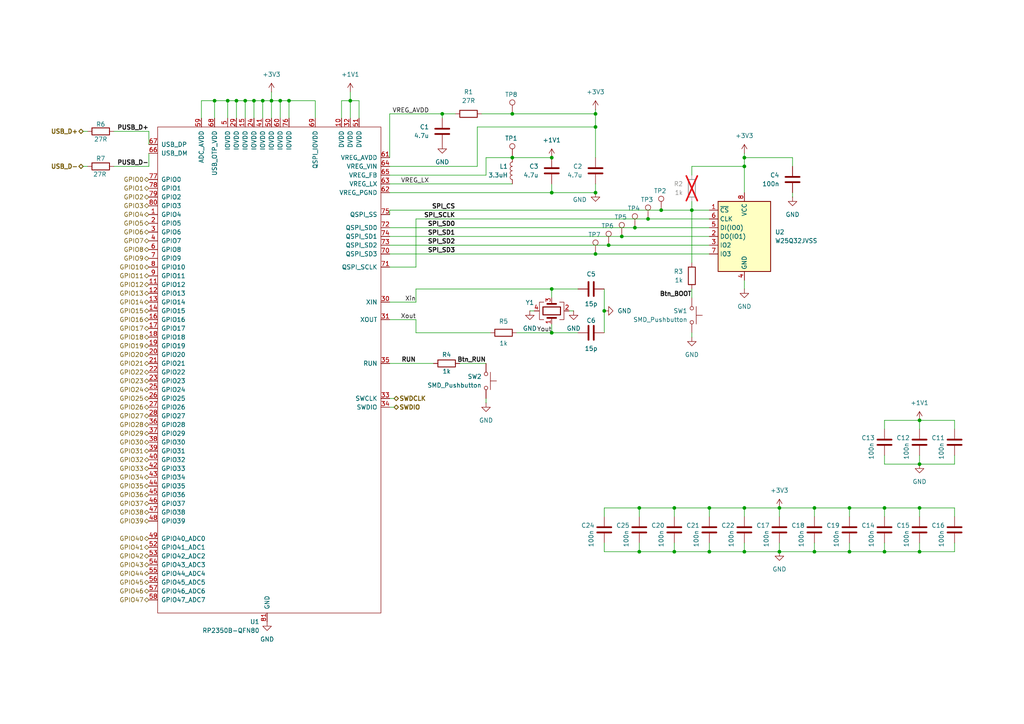
<source format=kicad_sch>
(kicad_sch (version 20231120) (generator "eeschema") (generator_version "8.0")
  (paper "A4")
  (lib_symbols
    (symbol "Connector:TestPoint" (pin_numbers hide) (pin_names (offset 0.762) hide)
      (property "Reference" "TP" (at 0 6.858 0))
      (property "Value" "TestPoint" (at 0 5.08 0))
      (symbol "TestPoint_0_1"
        (circle (center 0 3.302) (radius 0.762))
      )
      (symbol "TestPoint_1_1"
        (pin passive line (at 0 0 90) (length 2.54) (name "1") (number "1"))
      )
    )
    (symbol "Device:C" (pin_numbers hide) (pin_names (offset 0.254))
      (property "Reference" "C" (at 0.635 2.54 0))
      (property "Value" "C" (at 0.635 -2.54 0))
      (symbol "C_0_1"
        (polyline (pts (xy -2.032 -0.762) (xy 2.032 -0.762)) (stroke (width 0.508)))
        (polyline (pts (xy -2.032 0.762) (xy 2.032 0.762)) (stroke (width 0.508)))
      )
      (symbol "C_1_1"
        (pin passive line (at 0 3.81 270) (length 2.794) (name "~") (number "1"))
        (pin passive line (at 0 -3.81 90) (length 2.794) (name "~") (number "2"))
      )
    )
    (symbol "Device:Crystal_GND24" (pin_names (offset 1.016) hide)
      (property "Reference" "Y" (at 3.175 5.08 0))
      (property "Value" "Crystal_GND24" (at 3.175 3.175 0))
      (symbol "Crystal_GND24_0_1"
        (rectangle (start -1.143 2.54) (end 1.143 -2.54) (stroke (width 0.3048)))
        (polyline (pts (xy -2.54 0) (xy -2.032 0)))
        (polyline (pts (xy -2.032 -1.27) (xy -2.032 1.27)) (stroke (width 0.508)))
        (polyline (pts (xy 0 -3.81) (xy 0 -3.556)))
        (polyline (pts (xy 0 3.556) (xy 0 3.81)))
        (polyline (pts (xy 2.032 -1.27) (xy 2.032 1.27)) (stroke (width 0.508)))
        (polyline (pts (xy 2.032 0) (xy 2.54 0)))
        (polyline (pts (xy -2.54 -2.286) (xy -2.54 -3.556) (xy 2.54 -3.556) (xy 2.54 -2.286)))
        (polyline (pts (xy -2.54 2.286) (xy -2.54 3.556) (xy 2.54 3.556) (xy 2.54 2.286)))
      )
      (symbol "Crystal_GND24_1_1"
        (pin passive line (at -3.81 0 0) (length 1.27) (name "1") (number "1"))
        (pin passive line (at 0 5.08 270) (length 1.27) (name "2") (number "2"))
        (pin passive line (at 3.81 0 180) (length 1.27) (name "3") (number "3"))
        (pin passive line (at 0 -5.08 90) (length 1.27) (name "4") (number "4"))
      )
    )
    (symbol "Device:L" (pin_numbers hide) (pin_names (offset 1.016) hide)
      (property "Reference" "L" (at -1.27 0 90))
      (property "Value" "L" (at 1.905 0 90))
      (symbol "L_0_1"
        (arc (start 0 -2.54) (mid 0.6323 -1.905) (end 0 -1.27))
        (arc (start 0 -1.27) (mid 0.6323 -0.635) (end 0 0))
        (arc (start 0 0) (mid 0.6323 0.635) (end 0 1.27))
        (arc (start 0 1.27) (mid 0.6323 1.905) (end 0 2.54))
      )
      (symbol "L_1_1"
        (pin passive line (at 0 3.81 270) (length 1.27) (name "1") (number "1"))
        (pin passive line (at 0 -3.81 90) (length 1.27) (name "2") (number "2"))
      )
    )
    (symbol "Device:R" (pin_numbers hide) (pin_names (offset 0))
      (property "Reference" "R" (at 2.032 0 90))
      (property "Value" "R" (at 0 0 90))
      (symbol "R_0_1"
        (rectangle (start -1.016 -2.54) (end 1.016 2.54) (stroke (width 0.254)))
      )
      (symbol "R_1_1"
        (pin passive line (at 0 3.81 270) (length 1.27) (name "~") (number "1"))
        (pin passive line (at 0 -3.81 90) (length 1.27) (name "~") (number "2"))
      )
    )
    (symbol "Memory_Flash:W25Q32JVSS"
      (property "Reference" "U" (at -6.35 11.43 0))
      (property "Value" "W25Q32JVSS" (at 7.62 11.43 0))
      (symbol "W25Q32JVSS_0_1"
        (rectangle (start -7.62 10.16) (end 7.62 -10.16) (stroke (width 0.254)) (fill (type background)))
      )
      (symbol "W25Q32JVSS_1_1"
        (pin input line (at -10.16 7.62 0) (length 2.54) (name "~{CS}") (number "1"))
        (pin bidirectional line (at -10.16 0 0) (length 2.54) (name "DO(IO1)") (number "2"))
        (pin bidirectional line (at -10.16 -2.54 0) (length 2.54) (name "IO2") (number "3"))
        (pin power_in line (at 0 -12.7 90) (length 2.54) (name "GND") (number "4"))
        (pin bidirectional line (at -10.16 2.54 0) (length 2.54) (name "DI(IO0)") (number "5"))
        (pin input line (at -10.16 5.08 0) (length 2.54) (name "CLK") (number "6"))
        (pin bidirectional line (at -10.16 -5.08 0) (length 2.54) (name "IO3") (number "7"))
        (pin power_in line (at 0 12.7 270) (length 2.54) (name "VCC") (number "8"))
      )
    )
    (symbol "Switch:SW_Push" (pin_numbers hide) (pin_names (offset 1.016) hide)
      (property "Reference" "SW" (at 1.27 2.54 0))
      (property "Value" "SW_Push" (at 0 -1.524 0))
      (symbol "SW_Push_0_1"
        (circle (center -2.032 0) (radius 0.508))
        (polyline (pts (xy 0 1.27) (xy 0 3.048)))
        (polyline (pts (xy 2.54 1.27) (xy -2.54 1.27)))
        (circle (center 2.032 0) (radius 0.508))
        (pin passive line (at -5.08 0 0) (length 2.54) (name "1") (number "1"))
        (pin passive line (at 5.08 0 180) (length 2.54) (name "2") (number "2"))
      )
    )
    (symbol "power:+1V1" (power) (pin_numbers hide) (pin_names (offset 0) hide)
      (property "Value" "+1V1" (at 0 3.556 0))
      (symbol "+1V1_0_1"
        (polyline (pts (xy -0.762 1.27) (xy 0 2.54)))
        (polyline (pts (xy 0 0) (xy 0 2.54)))
        (polyline (pts (xy 0 2.54) (xy 0.762 1.27)))
      )
      (symbol "+1V1_1_1"
        (pin power_in line (at 0 0 90) (length 0) (name "~") (number "1"))
      )
    )
    (symbol "power:+3V3" (power) (pin_numbers hide) (pin_names (offset 0) hide)
      (property "Value" "+3V3" (at 0 3.556 0))
      (symbol "+3V3_0_1"
        (polyline (pts (xy -0.762 1.27) (xy 0 2.54)))
        (polyline (pts (xy 0 0) (xy 0 2.54)))
        (polyline (pts (xy 0 2.54) (xy 0.762 1.27)))
      )
      (symbol "+3V3_1_1"
        (pin power_in line (at 0 0 90) (length 0) (name "~") (number "1"))
      )
    )
    (symbol "power:GND" (power) (pin_numbers hide) (pin_names (offset 0) hide)
      (property "Value" "GND" (at 0 -3.81 0))
      (symbol "GND_0_1"
        (polyline (pts (xy 0 0) (xy 0 -1.27) (xy 1.27 -1.27) (xy 0 -2.54) (xy -1.27 -1.27) (xy 0 -1.27)))
      )
      (symbol "GND_1_1"
        (pin power_in line (at 0 0 270) (length 0) (name "~") (number "1"))
      )
    )
    (symbol "rp2350b-qfn80:RP2350B-QFN80" (pin_names (offset 1.016))
      (property "Reference" "U" (at 0 -1.27 0))
      (property "Value" "RP2350B-QFN80" (at 0 1.27 0))
      (symbol "RP2350B-QFN80_0_1"
        (rectangle (start 31.75 66.04) (end -33.02 -74.93))
      )
      (symbol "RP2350B-QFN80_1_0"
        (pin passive line (at 0 -77.47 90) (length 2.54) (name "GND") (number "81"))
      )
      (symbol "RP2350B-QFN80_1_1"
        (pin bidirectional line (at 34.29 40.64 180) (length 2.54) (name "GPIO4") (number "1"))
        (pin power_in line (at -21.59 68.58 270) (length 2.54) (name "DVDD") (number "10"))
        (pin bidirectional line (at 34.29 20.32 180) (length 2.54) (name "GPIO12") (number "11"))
        (pin bidirectional line (at 34.29 17.78 180) (length 2.54) (name "GPIO13") (number "12"))
        (pin bidirectional line (at 34.29 15.24 180) (length 2.54) (name "GPIO14") (number "13"))
        (pin bidirectional line (at 34.29 12.7 180) (length 2.54) (name "GPIO15") (number "14"))
        (pin power_in line (at 6.35 68.58 270) (length 2.54) (name "IOVDD") (number "15"))
        (pin bidirectional line (at 34.29 10.16 180) (length 2.54) (name "GPIO16") (number "16"))
        (pin bidirectional line (at 34.29 7.62 180) (length 2.54) (name "GPIO17") (number "17"))
        (pin bidirectional line (at 34.29 5.08 180) (length 2.54) (name "GPIO18") (number "18"))
        (pin bidirectional line (at 34.29 2.54 180) (length 2.54) (name "GPIO19") (number "19"))
        (pin bidirectional line (at 34.29 38.1 180) (length 2.54) (name "GPIO5") (number "2"))
        (pin bidirectional line (at 34.29 0 180) (length 2.54) (name "GPIO20") (number "20"))
        (pin bidirectional line (at 34.29 -2.54 180) (length 2.54) (name "GPIO21") (number "21"))
        (pin bidirectional line (at 34.29 -5.08 180) (length 2.54) (name "GPIO22") (number "22"))
        (pin bidirectional line (at 34.29 -7.62 180) (length 2.54) (name "GPIO23") (number "23"))
        (pin power_in line (at 3.81 68.58 270) (length 2.54) (name "IOVDD") (number "24"))
        (pin bidirectional line (at 34.29 -10.16 180) (length 2.54) (name "GPIO24") (number "25"))
        (pin bidirectional line (at 34.29 -12.7 180) (length 2.54) (name "GPIO25") (number "26"))
        (pin bidirectional line (at 34.29 -15.24 180) (length 2.54) (name "GPIO26") (number "27"))
        (pin bidirectional line (at 34.29 -17.78 180) (length 2.54) (name "GPIO27") (number "28"))
        (pin power_in line (at 8.89 68.58 270) (length 2.54) (name "IOVDD") (number "29"))
        (pin bidirectional line (at 34.29 35.56 180) (length 2.54) (name "GPIO6") (number "3"))
        (pin input line (at -35.56 15.24 0) (length 2.54) (name "XIN") (number "30"))
        (pin output line (at -35.56 10.16 0) (length 2.54) (name "XOUT") (number "31"))
        (pin power_in line (at -24.13 68.58 270) (length 2.54) (name "DVDD") (number "32"))
        (pin bidirectional line (at -35.56 -12.7 0) (length 2.54) (name "SWCLK") (number "33"))
        (pin bidirectional line (at -35.56 -15.24 0) (length 2.54) (name "SWDIO") (number "34"))
        (pin input line (at -35.56 -2.54 0) (length 2.54) (name "RUN") (number "35"))
        (pin bidirectional line (at 34.29 -20.32 180) (length 2.54) (name "GPIO28") (number "36"))
        (pin bidirectional line (at 34.29 -22.86 180) (length 2.54) (name "GPIO29") (number "37"))
        (pin bidirectional line (at 34.29 -25.4 180) (length 2.54) (name "GPIO30") (number "38"))
        (pin bidirectional line (at 34.29 -27.94 180) (length 2.54) (name "GPIO31") (number "39"))
        (pin bidirectional line (at 34.29 33.02 180) (length 2.54) (name "GPIO7") (number "4"))
        (pin bidirectional line (at 34.29 -30.48 180) (length 2.54) (name "GPIO32") (number "40"))
        (pin power_in line (at 1.27 68.58 270) (length 2.54) (name "IOVDD") (number "41"))
        (pin bidirectional line (at 34.29 -33.02 180) (length 2.54) (name "GPIO33") (number "42"))
        (pin bidirectional line (at 34.29 -35.56 180) (length 2.54) (name "GPIO34") (number "43"))
        (pin bidirectional line (at 34.29 -38.1 180) (length 2.54) (name "GPIO35") (number "44"))
        (pin bidirectional line (at 34.29 -40.64 180) (length 2.54) (name "GPIO36") (number "45"))
        (pin bidirectional line (at 34.29 -43.18 180) (length 2.54) (name "GPIO37") (number "46"))
        (pin bidirectional line (at 34.29 -45.72 180) (length 2.54) (name "GPIO38") (number "47"))
        (pin bidirectional line (at 34.29 -48.26 180) (length 2.54) (name "GPIO39") (number "48"))
        (pin bidirectional line (at 34.29 -53.34 180) (length 2.54) (name "GPIO40_ADC0") (number "49"))
        (pin power_in line (at 11.43 68.58 270) (length 2.54) (name "IOVDD") (number "5"))
        (pin power_in line (at -1.27 68.58 270) (length 2.54) (name "IOVDD") (number "50"))
        (pin power_in line (at -26.67 68.58 270) (length 2.54) (name "DVDD") (number "51"))
        (pin bidirectional line (at 34.29 -55.88 180) (length 2.54) (name "GPIO41_ADC1") (number "52"))
        (pin bidirectional line (at 34.29 -58.42 180) (length 2.54) (name "GPIO42_ADC2") (number "53"))
        (pin bidirectional line (at 34.29 -60.96 180) (length 2.54) (name "GPIO43_ADC3") (number "54"))
        (pin bidirectional line (at 34.29 -63.5 180) (length 2.54) (name "GPIO44_ADC4") (number "55"))
        (pin bidirectional line (at 34.29 -66.04 180) (length 2.54) (name "GPIO45_ADC5") (number "56"))
        (pin bidirectional line (at 34.29 -68.58 180) (length 2.54) (name "GPIO46_ADC6") (number "57"))
        (pin bidirectional line (at 34.29 -71.12 180) (length 2.54) (name "GPIO47_ADC7") (number "58"))
        (pin power_in line (at 19.05 68.58 270) (length 2.54) (name "ADC_AVDD") (number "59"))
        (pin bidirectional line (at 34.29 30.48 180) (length 2.54) (name "GPIO8") (number "6"))
        (pin power_in line (at -3.81 68.58 270) (length 2.54) (name "IOVDD") (number "60"))
        (pin power_in line (at -35.56 57.15 0) (length 2.54) (name "VREG_AVDD") (number "61"))
        (pin passive line (at -35.56 46.99 0) (length 2.54) (name "VREG_PGND") (number "62"))
        (pin power_out line (at -35.56 49.53 0) (length 2.54) (name "VREG_LX") (number "63"))
        (pin power_in line (at -35.56 54.61 0) (length 2.54) (name "VREG_VIN") (number "64"))
        (pin power_in line (at -35.56 52.07 0) (length 2.54) (name "VREG_FB") (number "65"))
        (pin bidirectional line (at 34.29 58.42 180) (length 2.54) (name "USB_DM") (number "66"))
        (pin bidirectional line (at 34.29 60.96 180) (length 2.54) (name "USB_DP") (number "67"))
        (pin power_in line (at 15.24 68.58 270) (length 2.54) (name "USB_OTP_VDD") (number "68"))
        (pin bidirectional line (at -13.97 68.58 270) (length 2.54) (name "QSPI_IOVDD") (number "69"))
        (pin bidirectional line (at 34.29 27.94 180) (length 2.54) (name "GPIO9") (number "7"))
        (pin bidirectional line (at -35.56 29.21 0) (length 2.54) (name "QSPI_SD3") (number "70"))
        (pin bidirectional line (at -35.56 25.4 0) (length 2.54) (name "QSPI_SCLK") (number "71"))
        (pin bidirectional line (at -35.56 36.83 0) (length 2.54) (name "QSPI_SD0") (number "72"))
        (pin bidirectional line (at -35.56 31.75 0) (length 2.54) (name "QSPI_SD2") (number "73"))
        (pin bidirectional line (at -35.56 34.29 0) (length 2.54) (name "QSPI_SD1") (number "74"))
        (pin bidirectional line (at -35.56 40.64 0) (length 2.54) (name "QSPI_SS") (number "75"))
        (pin power_in line (at -6.35 68.58 270) (length 2.54) (name "IOVDD") (number "76"))
        (pin bidirectional line (at 34.29 50.8 180) (length 2.54) (name "GPIO0") (number "77"))
        (pin bidirectional line (at 34.29 48.26 180) (length 2.54) (name "GPIO1") (number "78"))
        (pin bidirectional line (at 34.29 45.72 180) (length 2.54) (name "GPIO2") (number "79"))
        (pin bidirectional line (at 34.29 25.4 180) (length 2.54) (name "GPIO10") (number "8"))
        (pin bidirectional line (at 34.29 43.18 180) (length 2.54) (name "GPIO3") (number "80"))
        (pin bidirectional line (at 34.29 22.86 180) (length 2.54) (name "GPIO11") (number "9"))
      )
    )
  )
  (junction (at 172.72 73.66))
  (junction (at 172.72 33.02))
  (junction (at 185.42 160.02))
  (junction (at 266.7 147.32))
  (junction (at 148.59 45.72))
  (junction (at 236.22 160.02))
  (junction (at 256.54 147.32))
  (junction (at 101.6 29.21))
  (junction (at 205.74 160.02))
  (junction (at 215.9 160.02))
  (junction (at 62.23 29.21))
  (junction (at 78.74 29.21))
  (junction (at 66.04 29.21))
  (junction (at 160.02 83.82))
  (junction (at 68.58 29.21))
  (junction (at 176.53 71.12))
  (junction (at 160.02 96.52))
  (junction (at 200.66 60.96))
  (junction (at 172.72 36.83))
  (junction (at 226.06 160.02))
  (junction (at 205.74 147.32))
  (junction (at 180.34 68.58))
  (junction (at 215.9 147.32))
  (junction (at 185.42 147.32))
  (junction (at 266.7 160.02))
  (junction (at 160.02 55.88))
  (junction (at 73.66 29.21))
  (junction (at 266.7 134.62))
  (junction (at 215.9 48.26))
  (junction (at 83.82 29.21))
  (junction (at 195.58 147.32))
  (junction (at 215.9 45.72))
  (junction (at 246.38 147.32))
  (junction (at 160.02 45.72))
  (junction (at 76.2 29.21))
  (junction (at 81.28 29.21))
  (junction (at 128.27 33.02))
  (junction (at 148.59 33.02))
  (junction (at 191.77 60.96))
  (junction (at 256.54 160.02))
  (junction (at 266.7 121.92))
  (junction (at 195.58 160.02))
  (junction (at 184.15 66.04))
  (junction (at 172.72 55.88))
  (junction (at 187.96 63.5))
  (junction (at 236.22 147.32))
  (junction (at 226.06 147.32))
  (junction (at 246.38 160.02))
  (junction (at 71.12 29.21))
  (junction (at 175.26 90.17))
  (wire (pts (xy 91.44 29.21) (xy 83.82 29.21)))
  (wire (pts (xy 246.38 160.02) (xy 246.38 157.48)))
  (wire (pts (xy 276.86 160.02) (xy 276.86 157.48)))
  (wire (pts (xy 266.7 147.32) (xy 256.54 147.32)))
  (wire (pts (xy 184.15 66.04) (xy 113.03 66.04)))
  (wire (pts (xy 78.74 29.21) (xy 76.2 29.21)))
  (wire (pts (xy 205.74 147.32) (xy 205.74 149.86)))
  (wire (pts (xy 236.22 147.32) (xy 246.38 147.32)))
  (wire (pts (xy 66.04 29.21) (xy 62.23 29.21)))
  (wire (pts (xy 160.02 86.36) (xy 160.02 83.82)))
  (wire (pts (xy 140.97 50.8) (xy 140.97 45.72)))
  (wire (pts (xy 114.3 115.57) (xy 113.03 115.57)))
  (wire (pts (xy 195.58 147.32) (xy 205.74 147.32)))
  (wire (pts (xy 215.9 81.28) (xy 215.9 83.82)))
  (wire (pts (xy 160.02 93.98) (xy 160.02 96.52)))
  (wire (pts (xy 236.22 160.02) (xy 236.22 157.48)))
  (wire (pts (xy 172.72 36.83) (xy 172.72 45.72)))
  (wire (pts (xy 266.7 160.02) (xy 276.86 160.02)))
  (wire (pts (xy 160.02 55.88) (xy 113.03 55.88)))
  (wire (pts (xy 205.74 66.04) (xy 184.15 66.04)))
  (wire (pts (xy 256.54 134.62) (xy 266.7 134.62)))
  (wire (pts (xy 266.7 160.02) (xy 266.7 157.48)))
  (wire (pts (xy 226.06 147.32) (xy 226.06 149.86)))
  (wire (pts (xy 43.18 48.26) (xy 33.02 48.26)))
  (wire (pts (xy 200.66 58.42) (xy 200.66 60.96)))
  (wire (pts (xy 81.28 29.21) (xy 81.28 34.29)))
  (wire (pts (xy 113.03 48.26) (xy 138.43 48.26)))
  (wire (pts (xy 66.04 29.21) (xy 66.04 34.29)))
  (wire (pts (xy 256.54 121.92) (xy 266.7 121.92)))
  (wire (pts (xy 140.97 105.41) (xy 133.35 105.41)))
  (wire (pts (xy 73.66 29.21) (xy 71.12 29.21)))
  (wire (pts (xy 58.42 29.21) (xy 58.42 34.29)))
  (wire (pts (xy 185.42 160.02) (xy 185.42 157.48)))
  (wire (pts (xy 195.58 147.32) (xy 195.58 149.86)))
  (wire (pts (xy 120.65 96.52) (xy 142.24 96.52)))
  (wire (pts (xy 185.42 160.02) (xy 195.58 160.02)))
  (wire (pts (xy 24.13 48.26) (xy 25.4 48.26)))
  (wire (pts (xy 154.94 90.17) (xy 153.67 90.17)))
  (wire (pts (xy 191.77 60.96) (xy 113.03 60.96)))
  (wire (pts (xy 175.26 83.82) (xy 175.26 90.17)))
  (wire (pts (xy 175.26 147.32) (xy 175.26 149.86)))
  (wire (pts (xy 185.42 147.32) (xy 185.42 149.86)))
  (wire (pts (xy 215.9 45.72) (xy 215.9 48.26)))
  (wire (pts (xy 68.58 29.21) (xy 68.58 34.29)))
  (wire (pts (xy 104.14 34.29) (xy 104.14 29.21)))
  (wire (pts (xy 175.26 90.17) (xy 175.26 96.52)))
  (wire (pts (xy 266.7 121.92) (xy 276.86 121.92)))
  (wire (pts (xy 205.74 63.5) (xy 187.96 63.5)))
  (wire (pts (xy 172.72 55.88) (xy 160.02 55.88)))
  (wire (pts (xy 180.34 68.58) (xy 113.03 68.58)))
  (wire (pts (xy 43.18 41.91) (xy 43.18 38.1)))
  (wire (pts (xy 148.59 45.72) (xy 140.97 45.72)))
  (wire (pts (xy 138.43 48.26) (xy 138.43 36.83)))
  (wire (pts (xy 120.65 92.71) (xy 113.03 92.71)))
  (wire (pts (xy 256.54 160.02) (xy 256.54 157.48)))
  (wire (pts (xy 148.59 53.34) (xy 113.03 53.34)))
  (wire (pts (xy 78.74 29.21) (xy 78.74 34.29)))
  (wire (pts (xy 120.65 83.82) (xy 120.65 87.63)))
  (wire (pts (xy 104.14 29.21) (xy 101.6 29.21)))
  (wire (pts (xy 76.2 29.21) (xy 73.66 29.21)))
  (wire (pts (xy 128.27 33.02) (xy 128.27 34.29)))
  (wire (pts (xy 187.96 63.5) (xy 120.65 63.5)))
  (wire (pts (xy 200.66 60.96) (xy 205.74 60.96)))
  (wire (pts (xy 166.37 90.17) (xy 165.1 90.17)))
  (wire (pts (xy 73.66 29.21) (xy 73.66 34.29)))
  (wire (pts (xy 128.27 33.02) (xy 113.03 33.02)))
  (wire (pts (xy 76.2 29.21) (xy 76.2 34.29)))
  (wire (pts (xy 215.9 147.32) (xy 226.06 147.32)))
  (wire (pts (xy 195.58 160.02) (xy 205.74 160.02)))
  (wire (pts (xy 205.74 71.12) (xy 176.53 71.12)))
  (wire (pts (xy 160.02 53.34) (xy 160.02 55.88)))
  (wire (pts (xy 139.7 33.02) (xy 148.59 33.02)))
  (wire (pts (xy 24.13 38.1) (xy 25.4 38.1)))
  (wire (pts (xy 113.03 50.8) (xy 140.97 50.8)))
  (wire (pts (xy 43.18 44.45) (xy 43.18 48.26)))
  (wire (pts (xy 101.6 26.67) (xy 101.6 29.21)))
  (wire (pts (xy 215.9 160.02) (xy 226.06 160.02)))
  (wire (pts (xy 91.44 29.21) (xy 91.44 34.29)))
  (wire (pts (xy 81.28 29.21) (xy 78.74 29.21)))
  (wire (pts (xy 120.65 83.82) (xy 160.02 83.82)))
  (wire (pts (xy 120.65 77.47) (xy 113.03 77.47)))
  (wire (pts (xy 256.54 160.02) (xy 266.7 160.02)))
  (wire (pts (xy 266.7 132.08) (xy 266.7 134.62)))
  (wire (pts (xy 175.26 160.02) (xy 175.26 157.48)))
  (wire (pts (xy 229.87 48.26) (xy 229.87 45.72)))
  (wire (pts (xy 43.18 38.1) (xy 33.02 38.1)))
  (wire (pts (xy 58.42 29.21) (xy 62.23 29.21)))
  (wire (pts (xy 99.06 29.21) (xy 99.06 34.29)))
  (wire (pts (xy 236.22 160.02) (xy 246.38 160.02)))
  (wire (pts (xy 200.66 50.8) (xy 200.66 48.26)))
  (wire (pts (xy 175.26 160.02) (xy 185.42 160.02)))
  (wire (pts (xy 256.54 132.08) (xy 256.54 134.62)))
  (wire (pts (xy 205.74 147.32) (xy 215.9 147.32)))
  (wire (pts (xy 148.59 33.02) (xy 172.72 33.02)))
  (wire (pts (xy 226.06 160.02) (xy 226.06 157.48)))
  (wire (pts (xy 62.23 29.21) (xy 62.23 34.29)))
  (wire (pts (xy 101.6 29.21) (xy 99.06 29.21)))
  (wire (pts (xy 266.7 147.32) (xy 266.7 149.86)))
  (wire (pts (xy 78.74 26.67) (xy 78.74 29.21)))
  (wire (pts (xy 172.72 31.75) (xy 172.72 33.02)))
  (wire (pts (xy 229.87 45.72) (xy 215.9 45.72)))
  (wire (pts (xy 113.03 60.96) (xy 113.03 62.23)))
  (wire (pts (xy 276.86 147.32) (xy 266.7 147.32)))
  (wire (pts (xy 215.9 147.32) (xy 215.9 149.86)))
  (wire (pts (xy 215.9 48.26) (xy 215.9 55.88)))
  (wire (pts (xy 172.72 53.34) (xy 172.72 55.88)))
  (wire (pts (xy 200.66 48.26) (xy 215.9 48.26)))
  (wire (pts (xy 200.66 60.96) (xy 200.66 76.2)))
  (wire (pts (xy 125.73 105.41) (xy 113.03 105.41)))
  (wire (pts (xy 266.7 134.62) (xy 276.86 134.62)))
  (wire (pts (xy 246.38 147.32) (xy 246.38 149.86)))
  (wire (pts (xy 229.87 57.15) (xy 229.87 55.88)))
  (wire (pts (xy 276.86 121.92) (xy 276.86 124.46)))
  (wire (pts (xy 205.74 73.66) (xy 172.72 73.66)))
  (wire (pts (xy 215.9 160.02) (xy 215.9 157.48)))
  (wire (pts (xy 246.38 160.02) (xy 256.54 160.02)))
  (wire (pts (xy 68.58 29.21) (xy 71.12 29.21)))
  (wire (pts (xy 120.65 63.5) (xy 120.65 77.47)))
  (wire (pts (xy 200.66 60.96) (xy 191.77 60.96)))
  (wire (pts (xy 205.74 68.58) (xy 180.34 68.58)))
  (wire (pts (xy 226.06 160.02) (xy 236.22 160.02)))
  (wire (pts (xy 172.72 33.02) (xy 172.72 36.83)))
  (wire (pts (xy 138.43 36.83) (xy 172.72 36.83)))
  (wire (pts (xy 101.6 29.21) (xy 101.6 34.29)))
  (wire (pts (xy 120.65 92.71) (xy 120.65 96.52)))
  (wire (pts (xy 266.7 121.92) (xy 266.7 124.46)))
  (wire (pts (xy 83.82 29.21) (xy 83.82 34.29)))
  (wire (pts (xy 256.54 147.32) (xy 256.54 149.86)))
  (wire (pts (xy 132.08 33.02) (xy 128.27 33.02)))
  (wire (pts (xy 276.86 134.62) (xy 276.86 132.08)))
  (wire (pts (xy 160.02 96.52) (xy 149.86 96.52)))
  (wire (pts (xy 172.72 73.66) (xy 113.03 73.66)))
  (wire (pts (xy 236.22 147.32) (xy 236.22 149.86)))
  (wire (pts (xy 114.3 118.11) (xy 113.03 118.11)))
  (wire (pts (xy 176.53 71.12) (xy 113.03 71.12)))
  (wire (pts (xy 205.74 160.02) (xy 205.74 157.48)))
  (wire (pts (xy 226.06 147.32) (xy 236.22 147.32)))
  (wire (pts (xy 71.12 29.21) (xy 71.12 34.29)))
  (wire (pts (xy 120.65 87.63) (xy 113.03 87.63)))
  (wire (pts (xy 83.82 29.21) (xy 81.28 29.21)))
  (wire (pts (xy 175.26 147.32) (xy 185.42 147.32)))
  (wire (pts (xy 276.86 149.86) (xy 276.86 147.32)))
  (wire (pts (xy 195.58 160.02) (xy 195.58 157.48)))
  (wire (pts (xy 66.04 29.21) (xy 68.58 29.21)))
  (wire (pts (xy 185.42 147.32) (xy 195.58 147.32)))
  (wire (pts (xy 256.54 147.32) (xy 246.38 147.32)))
  (wire (pts (xy 200.66 97.79) (xy 200.66 96.52)))
  (wire (pts (xy 256.54 124.46) (xy 256.54 121.92)))
  (wire (pts (xy 160.02 45.72) (xy 148.59 45.72)))
  (wire (pts (xy 113.03 33.02) (xy 113.03 45.72)))
  (wire (pts (xy 167.64 96.52) (xy 160.02 96.52)))
  (wire (pts (xy 200.66 86.36) (xy 200.66 83.82)))
  (wire (pts (xy 140.97 115.57) (xy 140.97 116.84)))
  (wire (pts (xy 205.74 160.02) (xy 215.9 160.02)))
  (wire (pts (xy 167.64 83.82) (xy 160.02 83.82)))
  (wire (pts (xy 215.9 44.45) (xy 215.9 45.72)))
  (label "RUN" (at 120.65 105.41 180) (effects (font (thickness 0.254) (bold yes))))
  (label "SPI_SD3" (at 132.08 73.66 180) (effects (font (thickness 0.254) (bold yes))))
  (label "Yout" (at 160.02 96.52 180))
  (label "SPI_SD2" (at 132.08 71.12 180) (effects (font (thickness 0.254) (bold yes))))
  (label "Btn_BOOT" (at 200.66 86.36 180) (effects (font (thickness 0.254) (bold yes))))
  (label "VREG_LX" (at 124.46 53.34 180))
  (label "SPI_SD1" (at 132.08 68.58 180) (effects (font (thickness 0.254) (bold yes))))
  (label "VREG_AVDD" (at 124.46 33.02 180))
  (label "SPI_SCLK" (at 132.08 63.5 180) (effects (font (thickness 0.254) (bold yes))))
  (label "SPI_CS" (at 132.08 60.96 180) (effects (font (thickness 0.254) (bold yes))))
  (label "SPI_SD0" (at 132.08 66.04 180) (effects (font (thickness 0.254) (bold yes))))
  (label "Btn_RUN" (at 140.97 105.41 180) (effects (font (thickness 0.254) (bold yes))))
  (label "PUSB_D-" (at 43.18 48.26 180) (effects (font (thickness 0.254) (bold yes))))
  (label "Xin" (at 120.65 87.63 180))
  (label "PUSB_D+" (at 43.18 38.1 180) (effects (font (thickness 0.254) (bold yes))))
  (label "Xout" (at 120.65 92.71 180))
  (hierarchical_label "GPIO8" (shape bidirectional) (at 43.18 72.39 180))
  (hierarchical_label "GPIO46" (shape bidirectional) (at 43.18 171.45 180))
  (hierarchical_label "GPIO41" (shape bidirectional) (at 43.18 158.75 180))
  (hierarchical_label "GPIO9" (shape bidirectional) (at 43.18 74.93 180))
  (hierarchical_label "GPIO20" (shape bidirectional) (at 43.18 102.87 180))
  (hierarchical_label "GPIO24" (shape bidirectional) (at 43.18 113.03 180))
  (hierarchical_label "GPIO22" (shape bidirectional) (at 43.18 107.95 180))
  (hierarchical_label "GPIO1" (shape bidirectional) (at 43.18 54.61 180))
  (hierarchical_label "GPIO33" (shape bidirectional) (at 43.18 135.89 180))
  (hierarchical_label "GPIO43" (shape bidirectional) (at 43.18 163.83 180))
  (hierarchical_label "GPIO26" (shape bidirectional) (at 43.18 118.11 180))
  (hierarchical_label "SWDCLK" (shape bidirectional) (at 114.3 115.57 0) (effects (font (thickness 0.254) (bold yes))))
  (hierarchical_label "GPIO4" (shape bidirectional) (at 43.18 62.23 180))
  (hierarchical_label "GPIO36" (shape bidirectional) (at 43.18 143.51 180))
  (hierarchical_label "GPIO25" (shape bidirectional) (at 43.18 115.57 180))
  (hierarchical_label "GPIO23" (shape bidirectional) (at 43.18 110.49 180))
  (hierarchical_label "GPIO18" (shape bidirectional) (at 43.18 97.79 180))
  (hierarchical_label "GPIO38" (shape bidirectional) (at 43.18 148.59 180))
  (hierarchical_label "GPIO28" (shape bidirectional) (at 43.18 123.19 180))
  (hierarchical_label "GPIO13" (shape bidirectional) (at 43.18 85.09 180))
  (hierarchical_label "GPIO6" (shape bidirectional) (at 43.18 67.31 180))
  (hierarchical_label "GPIO42" (shape bidirectional) (at 43.18 161.29 180))
  (hierarchical_label "GPIO45" (shape bidirectional) (at 43.18 168.91 180))
  (hierarchical_label "GPIO12" (shape bidirectional) (at 43.18 82.55 180))
  (hierarchical_label "GPIO0" (shape bidirectional) (at 43.18 52.07 180))
  (hierarchical_label "GPIO47" (shape bidirectional) (at 43.18 173.99 180))
  (hierarchical_label "GPIO32" (shape bidirectional) (at 43.18 133.35 180))
  (hierarchical_label "GPIO2" (shape bidirectional) (at 43.18 57.15 180))
  (hierarchical_label "GPIO10" (shape bidirectional) (at 43.18 77.47 180))
  (hierarchical_label "GPIO35" (shape bidirectional) (at 43.18 140.97 180))
  (hierarchical_label "GPIO39" (shape bidirectional) (at 43.18 151.13 180))
  (hierarchical_label "GPIO17" (shape bidirectional) (at 43.18 95.25 180))
  (hierarchical_label "GPIO31" (shape bidirectional) (at 43.18 130.81 180))
  (hierarchical_label "GPIO44" (shape bidirectional) (at 43.18 166.37 180))
  (hierarchical_label "USB_D+" (shape bidirectional) (at 24.13 38.1 180) (effects (font (thickness 0.254) (bold yes))))
  (hierarchical_label "GPIO29" (shape bidirectional) (at 43.18 125.73 180))
  (hierarchical_label "GPIO21" (shape bidirectional) (at 43.18 105.41 180))
  (hierarchical_label "GPIO40" (shape bidirectional) (at 43.18 156.21 180))
  (hierarchical_label "GPIO7" (shape bidirectional) (at 43.18 69.85 180))
  (hierarchical_label "GPIO37" (shape bidirectional) (at 43.18 146.05 180))
  (hierarchical_label "GPIO16" (shape bidirectional) (at 43.18 92.71 180))
  (hierarchical_label "GPIO34" (shape bidirectional) (at 43.18 138.43 180))
  (hierarchical_label "GPIO5" (shape bidirectional) (at 43.18 64.77 180))
  (hierarchical_label "GPIO14" (shape bidirectional) (at 43.18 87.63 180))
  (hierarchical_label "GPIO15" (shape bidirectional) (at 43.18 90.17 180))
  (hierarchical_label "USB_D-" (shape bidirectional) (at 24.13 48.26 180) (effects (font (thickness 0.254) (bold yes))))
  (hierarchical_label "GPIO3" (shape bidirectional) (at 43.18 59.69 180))
  (hierarchical_label "GPIO19" (shape bidirectional) (at 43.18 100.33 180))
  (hierarchical_label "GPIO11" (shape bidirectional) (at 43.18 80.01 180))
  (hierarchical_label "SWDIO" (shape bidirectional) (at 114.3 118.11 0) (effects (font (thickness 0.254) (bold yes))))
  (hierarchical_label "GPIO27" (shape bidirectional) (at 43.18 120.65 180))
  (hierarchical_label "GPIO30" (shape bidirectional) (at 43.18 128.27 180))
  (symbol (lib_id "Memory_Flash:W25Q32JVSS") (at 215.9 68.58 0) (unit 1)
    (property "Reference" "U2" (at 224.79 67.3099 0) (effects (justify left)))
    (property "Value" "W25Q32JVSS" (at 224.79 69.8499 0) (effects (justify left)))
    (property "Footprint" "Package_SO:SOIC-8_5.23x5.23mm_P1.27mm" (effects (hide yes)))
    (property "Datasheet" "http://www.winbond.com/resource-files/w25q32jv%20revg%2003272018%20plus.pdf" (effects (hide yes)))
    (property "Description" "32Mb Serial Flash Memory, Standard/Dual/Quad SPI, SOIC-8" (effects (hide yes)))
  )
  (symbol (lib_id "Device:C") (at 256.54 153.67 0) (mirror y) (unit 1)
    (property "Reference" "C14" (at 253.746 152.4 0) (effects (justify left)))
    (property "Value" "100n" (at 252.73 158.75 90) (effects (justify left)))
    (property "Footprint" "Capacitor_SMD:C_0402_1005Metric" (effects (hide yes)))
    (property "Description" "Unpolarized capacitor" (effects (hide yes)))
  )
  (symbol (lib_id "Connector:TestPoint") (at 191.77 60.96 0) (mirror y) (unit 1)
    (property "Reference" "TP2" (at 193.294 55.372 0) (effects (justify left)))
    (property "Value" "TestPoint" (effects (hide yes)))
    (property "Footprint" "TestPoint:TestPoint_Pad_D1.0mm" (effects (hide yes)))
    (property "Description" "test point" (effects (hide yes)))
  )
  (symbol (lib_id "Device:C") (at 215.9 153.67 0) (mirror y) (unit 1)
    (property "Reference" "C22" (at 213.106 152.4 0) (effects (justify left)))
    (property "Value" "100n" (at 212.09 158.75 90) (effects (justify left)))
    (property "Footprint" "Capacitor_SMD:C_0402_1005Metric" (effects (hide yes)))
    (property "Description" "Unpolarized capacitor" (effects (hide yes)))
  )
  (symbol (lib_id "Device:C") (at 266.7 153.67 0) (mirror y) (unit 1)
    (property "Reference" "C15" (at 263.906 152.4 0) (effects (justify left)))
    (property "Value" "100n" (at 262.89 158.75 90) (effects (justify left)))
    (property "Footprint" "Capacitor_SMD:C_0402_1005Metric" (effects (hide yes)))
    (property "Description" "Unpolarized capacitor" (effects (hide yes)))
  )
  (symbol (lib_id "Device:C") (at 236.22 153.67 0) (mirror y) (unit 1)
    (property "Reference" "C18" (at 233.426 152.4 0) (effects (justify left)))
    (property "Value" "100n" (at 232.41 158.75 90) (effects (justify left)))
    (property "Footprint" "Capacitor_SMD:C_0402_1005Metric" (effects (hide yes)))
    (property "Description" "Unpolarized capacitor" (effects (hide yes)))
  )
  (symbol (lib_id "Connector:TestPoint") (at 184.15 66.04 0) (mirror y) (unit 1)
    (property "Reference" "TP4" (at 185.674 60.452 0) (effects (justify left)))
    (property "Value" "TestPoint" (effects (hide yes)))
    (property "Footprint" "TestPoint:TestPoint_Pad_D1.0mm" (effects (hide yes)))
    (property "Description" "test point" (effects (hide yes)))
  )
  (symbol (lib_id "power:+1V1") (at 266.7 121.92 0) (unit 1)
    (property "Reference" "#PWR026" (effects (hide yes)))
    (property "Value" "+1V1" (at 266.7 116.84 0))
    (property "Description" "Power symbol creates a global label with name \"+1V1\"" (effects (hide yes)))
  )
  (symbol (lib_id "Device:C") (at 171.45 83.82 270) (mirror x) (unit 1)
    (property "Reference" "C5" (at 171.45 79.502 90))
    (property "Value" "15p" (at 171.45 88.138 90))
    (property "Footprint" "Capacitor_SMD:C_0402_1005Metric" (effects (hide yes)))
    (property "Description" "Unpolarized capacitor" (effects (hide yes)))
  )
  (symbol (lib_id "Connector:TestPoint") (at 180.34 68.58 0) (mirror y) (unit 1)
    (property "Reference" "TP5" (at 181.864 62.992 0) (effects (justify left)))
    (property "Value" "TestPoint" (effects (hide yes)))
    (property "Footprint" "TestPoint:TestPoint_Pad_D1.0mm" (effects (hide yes)))
    (property "Description" "test point" (effects (hide yes)))
  )
  (symbol (lib_id "Device:R") (at 200.66 54.61 0) (mirror y) (unit 1) (in_bom no) (dnp yes)
    (property "Reference" "R2" (at 198.12 53.3399 0) (effects (justify left)))
    (property "Value" "1k" (at 198.12 55.8799 0) (effects (justify left)))
    (property "Footprint" "Resistor_SMD:R_0805_2012Metric" (effects (hide yes)))
    (property "Description" "Resistor" (effects (hide yes)))
  )
  (symbol (lib_id "power:GND") (at 175.26 90.17 90) (mirror x) (unit 1)
    (property "Reference" "#PWR010" (effects (hide yes)))
    (property "Value" "GND" (at 179.07 90.1699 90) (effects (justify right)))
    (property "Description" "Power symbol creates a global label with name \"GND\" , ground" (effects (hide yes)))
  )
  (symbol (lib_id "Device:R") (at 135.89 33.02 270) (mirror x) (unit 1)
    (property "Reference" "R1" (at 135.89 26.67 90))
    (property "Value" "27R" (at 135.89 29.21 90))
    (property "Footprint" "Resistor_SMD:R_0402_1005Metric" (effects (hide yes)))
    (property "Description" "Resistor" (effects (hide yes)))
  )
  (symbol (lib_id "power:GND") (at 153.67 90.17 0) (mirror y) (unit 1)
    (property "Reference" "#PWR012" (effects (hide yes)))
    (property "Value" "GND" (at 153.67 95.25 0))
    (property "Description" "Power symbol creates a global label with name \"GND\" , ground" (effects (hide yes)))
  )
  (symbol (lib_id "power:+3V3") (at 215.9 44.45 0) (mirror y) (unit 1)
    (property "Reference" "#PWR03" (effects (hide yes)))
    (property "Value" "+3V3" (at 215.9 39.37 0))
    (property "Description" "Power symbol creates a global label with name \"+3V3\"" (effects (hide yes)))
  )
  (symbol (lib_id "power:GND") (at 266.7 134.62 0) (unit 1)
    (property "Reference" "#PWR025" (effects (hide yes)))
    (property "Value" "GND" (at 266.7 139.7 0))
    (property "Description" "Power symbol creates a global label with name \"GND\" , ground" (effects (hide yes)))
  )
  (symbol (lib_id "Device:C") (at 205.74 153.67 0) (mirror y) (unit 1)
    (property "Reference" "C21" (at 202.946 152.4 0) (effects (justify left)))
    (property "Value" "100n" (at 201.93 158.75 90) (effects (justify left)))
    (property "Footprint" "Capacitor_SMD:C_0402_1005Metric" (effects (hide yes)))
    (property "Description" "Unpolarized capacitor" (effects (hide yes)))
  )
  (symbol (lib_id "power:+1V1") (at 101.6 26.67 0) (mirror y) (unit 1)
    (property "Reference" "#PWR014" (effects (hide yes)))
    (property "Value" "+1V1" (at 101.6 21.59 0))
    (property "Description" "Power symbol creates a global label with name \"+1V1\"" (effects (hide yes)))
  )
  (symbol (lib_id "Device:C") (at 175.26 153.67 0) (mirror y) (unit 1)
    (property "Reference" "C24" (at 172.466 152.4 0) (effects (justify left)))
    (property "Value" "100n" (at 171.45 158.75 90) (effects (justify left)))
    (property "Footprint" "Capacitor_SMD:C_0402_1005Metric" (effects (hide yes)))
    (property "Description" "Unpolarized capacitor" (effects (hide yes)))
  )
  (symbol (lib_id "Device:R") (at 200.66 80.01 0) (mirror y) (unit 1)
    (property "Reference" "R3" (at 198.12 78.7399 0) (effects (justify left)))
    (property "Value" "1k" (at 198.12 81.2799 0) (effects (justify left)))
    (property "Footprint" "Resistor_SMD:R_0402_1005Metric" (effects (hide yes)))
    (property "Description" "Resistor" (effects (hide yes)))
  )
  (symbol (lib_id "power:GND") (at 77.47 180.34 0) (unit 1)
    (property "Reference" "#PWR013" (effects (hide yes)))
    (property "Value" "GND" (at 77.47 185.42 0))
    (property "Description" "Power symbol creates a global label with name \"GND\" , ground" (effects (hide yes)))
  )
  (symbol (lib_id "Connector:TestPoint") (at 187.96 63.5 0) (mirror y) (unit 1)
    (property "Reference" "TP3" (at 189.484 57.912 0) (effects (justify left)))
    (property "Value" "TestPoint" (effects (hide yes)))
    (property "Footprint" "TestPoint:TestPoint_Pad_D1.0mm" (effects (hide yes)))
    (property "Description" "test point" (effects (hide yes)))
  )
  (symbol (lib_id "Connector:TestPoint") (at 172.72 73.66 0) (mirror y) (unit 1)
    (property "Reference" "TP7" (at 174.244 68.072 0) (effects (justify left)))
    (property "Value" "TestPoint" (effects (hide yes)))
    (property "Footprint" "TestPoint:TestPoint_Pad_D1.0mm" (effects (hide yes)))
    (property "Description" "test point" (effects (hide yes)))
  )
  (symbol (lib_id "power:GND") (at 200.66 97.79 0) (mirror y) (unit 1)
    (property "Reference" "#PWR08" (effects (hide yes)))
    (property "Value" "GND" (at 200.66 102.87 0))
    (property "Description" "Power symbol creates a global label with name \"GND\" , ground" (effects (hide yes)))
  )
  (symbol (lib_id "Device:C") (at 256.54 128.27 0) (mirror y) (unit 1)
    (property "Reference" "C13" (at 253.746 127 0) (effects (justify left)))
    (property "Value" "100n" (at 252.73 133.35 90) (effects (justify left)))
    (property "Footprint" "Capacitor_SMD:C_0402_1005Metric" (effects (hide yes)))
    (property "Description" "Unpolarized capacitor" (effects (hide yes)))
  )
  (symbol (lib_id "Switch:SW_Push") (at 140.97 110.49 270) (mirror x) (unit 1)
    (property "Reference" "SW2" (at 139.7 109.2199 90) (effects (justify right)))
    (property "Value" "SMD_Pushbutton" (at 139.7 111.7599 90) (effects (justify right)))
    (property "Footprint" "Button_Switch_SMD:Panasonic_EVQPUJ_EVQPUA" (effects (hide yes)))
    (property "Description" "Push button switch, generic, two pins" (effects (hide yes)))
  )
  (symbol (lib_id "power:GND") (at 140.97 116.84 0) (mirror y) (unit 1)
    (property "Reference" "#PWR09" (effects (hide yes)))
    (property "Value" "GND" (at 140.97 121.92 0))
    (property "Description" "Power symbol creates a global label with name \"GND\" , ground" (effects (hide yes)))
  )
  (symbol (lib_id "power:+3V3") (at 78.74 26.67 0) (mirror y) (unit 1)
    (property "Reference" "#PWR015" (effects (hide yes)))
    (property "Value" "+3V3" (at 78.74 21.59 0))
    (property "Description" "Power symbol creates a global label with name \"+3V3\"" (effects (hide yes)))
  )
  (symbol (lib_id "Device:C") (at 185.42 153.67 0) (mirror y) (unit 1)
    (property "Reference" "C25" (at 182.626 152.4 0) (effects (justify left)))
    (property "Value" "100n" (at 181.61 158.75 90) (effects (justify left)))
    (property "Footprint" "Capacitor_SMD:C_0402_1005Metric" (effects (hide yes)))
    (property "Description" "Unpolarized capacitor" (effects (hide yes)))
  )
  (symbol (lib_id "Device:R") (at 129.54 105.41 270) (mirror x) (unit 1)
    (property "Reference" "R4" (at 129.54 102.87 90))
    (property "Value" "1k" (at 129.54 107.696 90))
    (property "Footprint" "Resistor_SMD:R_0402_1005Metric" (effects (hide yes)))
    (property "Description" "Resistor" (effects (hide yes)))
  )
  (symbol (lib_id "power:+3V3") (at 226.06 147.32 0) (unit 1)
    (property "Reference" "#PWR024" (effects (hide yes)))
    (property "Value" "+3V3" (at 226.06 142.24 0))
    (property "Description" "Power symbol creates a global label with name \"+3V3\"" (effects (hide yes)))
  )
  (symbol (lib_id "Device:C") (at 171.45 96.52 270) (mirror x) (unit 1)
    (property "Reference" "C6" (at 171.45 92.964 90))
    (property "Value" "15p" (at 171.45 101.092 90))
    (property "Footprint" "Capacitor_SMD:C_0402_1005Metric" (effects (hide yes)))
    (property "Description" "Unpolarized capacitor" (effects (hide yes)))
  )
  (symbol (lib_id "Device:C") (at 266.7 128.27 0) (mirror y) (unit 1)
    (property "Reference" "C12" (at 263.906 127 0) (effects (justify left)))
    (property "Value" "100n" (at 262.89 133.35 90) (effects (justify left)))
    (property "Footprint" "Capacitor_SMD:C_0402_1005Metric" (effects (hide yes)))
    (property "Description" "Unpolarized capacitor" (effects (hide yes)))
  )
  (symbol (lib_id "Device:R") (at 29.21 38.1 270) (mirror x) (unit 1)
    (property "Reference" "R6" (at 29.21 36.068 90))
    (property "Value" "27R" (at 29.21 40.386 90))
    (property "Footprint" "Resistor_SMD:R_0402_1005Metric" (effects (hide yes)))
    (property "Description" "Resistor" (effects (hide yes)))
  )
  (symbol (lib_id "Device:C") (at 276.86 128.27 0) (mirror y) (unit 1)
    (property "Reference" "C11" (at 274.066 127 0) (effects (justify left)))
    (property "Value" "100n" (at 273.05 133.35 90) (effects (justify left)))
    (property "Footprint" "Capacitor_SMD:C_0402_1005Metric" (effects (hide yes)))
    (property "Description" "Unpolarized capacitor" (effects (hide yes)))
  )
  (symbol (lib_id "Device:R") (at 146.05 96.52 90) (mirror x) (unit 1)
    (property "Reference" "R5" (at 146.05 93.218 90))
    (property "Value" "1k" (at 146.05 99.568 90))
    (property "Footprint" "Resistor_SMD:R_0402_1005Metric" (effects (hide yes)))
    (property "Description" "Resistor" (effects (hide yes)))
  )
  (symbol (lib_id "Connector:TestPoint") (at 176.53 71.12 0) (mirror y) (unit 1)
    (property "Reference" "TP6" (at 178.054 65.532 0) (effects (justify left)))
    (property "Value" "TestPoint" (effects (hide yes)))
    (property "Footprint" "TestPoint:TestPoint_Pad_D1.0mm" (effects (hide yes)))
    (property "Description" "test point" (effects (hide yes)))
  )
  (symbol (lib_id "Device:C") (at 128.27 38.1 0) (mirror y) (unit 1)
    (property "Reference" "C1" (at 124.46 36.8299 0) (effects (justify left)))
    (property "Value" "4.7u" (at 124.46 39.3699 0) (effects (justify left)))
    (property "Footprint" "Capacitor_SMD:C_0402_1005Metric" (effects (hide yes)))
    (property "Description" "Unpolarized capacitor" (effects (hide yes)))
  )
  (symbol (lib_id "Device:C") (at 246.38 153.67 0) (mirror y) (unit 1)
    (property "Reference" "C19" (at 243.586 152.4 0) (effects (justify left)))
    (property "Value" "100n" (at 242.57 158.75 90) (effects (justify left)))
    (property "Footprint" "Capacitor_SMD:C_0402_1005Metric" (effects (hide yes)))
    (property "Description" "Unpolarized capacitor" (effects (hide yes)))
  )
  (symbol (lib_id "rp2350b-qfn80:RP2350B-QFN80") (at 77.47 102.87 0) (mirror y) (unit 1)
    (property "Reference" "U1" (at 75.2759 180.34 0) (effects (justify left)))
    (property "Value" "RP2350B-QFN80" (at 75.2759 182.88 0) (effects (justify left)))
    (property "Footprint" "Package_DFN_QFN:QFN-80-1EP_10x10mm_P0.4mm_EP3.4x3.4mm_ThermalVias" (effects (hide yes)))
  )
  (symbol (lib_id "Device:Crystal_GND24") (at 160.02 90.17 270) (mirror x) (unit 1)
    (property "Reference" "Y1" (at 153.67 87.7568 90))
    (property "Value" "ABM8-272-T3" (effects (hide yes)))
    (property "Footprint" "Crystal:Crystal_SMD_3225-4Pin_3.2x2.5mm" (effects (hide yes)))
    (property "Description" "Four pin crystal, GND on pins 2 and 4" (effects (hide yes)))
  )
  (symbol (lib_id "power:+1V1") (at 160.02 45.72 0) (mirror y) (unit 1)
    (property "Reference" "#PWR04" (effects (hide yes)))
    (property "Value" "+1V1" (at 160.02 40.64 0))
    (property "Description" "Power symbol creates a global label with name \"+1V1\"" (effects (hide yes)))
  )
  (symbol (lib_id "Device:C") (at 160.02 49.53 0) (mirror y) (unit 1)
    (property "Reference" "C3" (at 156.21 48.2599 0) (effects (justify left)))
    (property "Value" "4.7u" (at 156.21 50.7999 0) (effects (justify left)))
    (property "Footprint" "Capacitor_SMD:C_0402_1005Metric" (effects (hide yes)))
    (property "Description" "Unpolarized capacitor" (effects (hide yes)))
  )
  (symbol (lib_id "power:GND") (at 172.72 55.88 0) (mirror y) (unit 1)
    (property "Reference" "#PWR05" (effects (hide yes)))
    (property "Value" "GND" (at 168.148 57.912 0))
    (property "Description" "Power symbol creates a global label with name \"GND\" , ground" (effects (hide yes)))
  )
  (symbol (lib_id "power:GND") (at 166.37 90.17 0) (mirror y) (unit 1)
    (property "Reference" "#PWR011" (effects (hide yes)))
    (property "Value" "GND" (at 166.37 95.25 0))
    (property "Description" "Power symbol creates a global label with name \"GND\" , ground" (effects (hide yes)))
  )
  (symbol (lib_id "power:GND") (at 128.27 41.91 0) (mirror y) (unit 1)
    (property "Reference" "#PWR02" (effects (hide yes)))
    (property "Value" "GND" (at 128.27 46.99 0))
    (property "Description" "Power symbol creates a global label with name \"GND\" , ground" (effects (hide yes)))
  )
  (symbol (lib_id "Device:C") (at 172.72 49.53 0) (mirror y) (unit 1)
    (property "Reference" "C2" (at 168.91 48.2599 0) (effects (justify left)))
    (property "Value" "4.7u" (at 168.91 50.7999 0) (effects (justify left)))
    (property "Footprint" "Capacitor_SMD:C_0402_1005Metric" (effects (hide yes)))
    (property "Description" "Unpolarized capacitor" (effects (hide yes)))
  )
  (symbol (lib_id "Device:C") (at 195.58 153.67 0) (mirror y) (unit 1)
    (property "Reference" "C20" (at 192.786 152.4 0) (effects (justify left)))
    (property "Value" "100n" (at 191.77 158.75 90) (effects (justify left)))
    (property "Footprint" "Capacitor_SMD:C_0402_1005Metric" (effects (hide yes)))
    (property "Description" "Unpolarized capacitor" (effects (hide yes)))
  )
  (symbol (lib_id "Device:L") (at 148.59 49.53 0) (mirror y) (unit 1)
    (property "Reference" "L1" (at 147.32 48.2599 0) (effects (justify left)))
    (property "Value" "3.3uH" (at 147.32 50.7999 0) (effects (justify left)))
    (property "Footprint" "RP235x_Inductor:RP235x_Inductor" (effects (hide yes)))
    (property "Description" "Inductor" (effects (hide yes)))
  )
  (symbol (lib_id "Switch:SW_Push") (at 200.66 91.44 270) (mirror x) (unit 1)
    (property "Reference" "SW1" (at 199.39 90.1699 90) (effects (justify right)))
    (property "Value" "SMD_Pushbutton" (at 199.39 92.7099 90) (effects (justify right)))
    (property "Footprint" "Button_Switch_SMD:Panasonic_EVQPUJ_EVQPUA" (effects (hide yes)))
    (property "Description" "Push button switch, generic, two pins" (effects (hide yes)))
  )
  (symbol (lib_id "power:GND") (at 229.87 57.15 0) (mirror y) (unit 1)
    (property "Reference" "#PWR06" (effects (hide yes)))
    (property "Value" "GND" (at 229.87 62.23 0))
    (property "Description" "Power symbol creates a global label with name \"GND\" , ground" (effects (hide yes)))
  )
  (symbol (lib_id "Device:C") (at 276.86 153.67 0) (mirror y) (unit 1)
    (property "Reference" "C16" (at 274.066 152.4 0) (effects (justify left)))
    (property "Value" "100n" (at 273.05 158.75 90) (effects (justify left)))
    (property "Footprint" "Capacitor_SMD:C_0402_1005Metric" (effects (hide yes)))
    (property "Description" "Unpolarized capacitor" (effects (hide yes)))
  )
  (symbol (lib_id "Device:C") (at 229.87 52.07 0) (mirror y) (unit 1)
    (property "Reference" "C4" (at 226.06 50.7999 0) (effects (justify left)))
    (property "Value" "100n" (at 226.06 53.3399 0) (effects (justify left)))
    (property "Footprint" "Capacitor_SMD:C_0402_1005Metric" (effects (hide yes)))
    (property "Description" "Unpolarized capacitor" (effects (hide yes)))
  )
  (symbol (lib_id "power:GND") (at 215.9 83.82 0) (mirror y) (unit 1)
    (property "Reference" "#PWR07" (effects (hide yes)))
    (property "Value" "GND" (at 215.9 88.9 0))
    (property "Description" "Power symbol creates a global label with name \"GND\" , ground" (effects (hide yes)))
  )
  (symbol (lib_id "Connector:TestPoint") (at 148.59 33.02 0) (mirror y) (unit 1)
    (property "Reference" "TP8" (at 150.114 27.432 0) (effects (justify left)))
    (property "Value" "TestPoint" (effects (hide yes)))
    (property "Footprint" "TestPoint:TestPoint_Pad_D1.0mm" (effects (hide yes)))
    (property "Description" "test point" (effects (hide yes)))
  )
  (symbol (lib_id "power:GND") (at 226.06 160.02 0) (unit 1)
    (property "Reference" "#PWR023" (effects (hide yes)))
    (property "Value" "GND" (at 226.06 165.1 0))
    (property "Description" "Power symbol creates a global label with name \"GND\" , ground" (effects (hide yes)))
  )
  (symbol (lib_id "power:+3V3") (at 172.72 31.75 0) (mirror y) (unit 1)
    (property "Reference" "#PWR01" (effects (hide yes)))
    (property "Value" "+3V3" (at 172.72 26.67 0))
    (property "Description" "Power symbol creates a global label with name \"+3V3\"" (effects (hide yes)))
  )
  (symbol (lib_id "Device:C") (at 226.06 153.67 0) (mirror y) (unit 1)
    (property "Reference" "C17" (at 223.266 152.4 0) (effects (justify left)))
    (property "Value" "100n" (at 222.25 158.75 90) (effects (justify left)))
    (property "Footprint" "Capacitor_SMD:C_0402_1005Metric" (effects (hide yes)))
    (property "Description" "Unpolarized capacitor" (effects (hide yes)))
  )
  (symbol (lib_id "Device:R") (at 29.21 48.26 270) (mirror x) (unit 1)
    (property "Reference" "R7" (at 29.21 45.974 90))
    (property "Value" "27R" (at 28.956 50.546 90))
    (property "Footprint" "Resistor_SMD:R_0402_1005Metric" (effects (hide yes)))
    (property "Description" "Resistor" (effects (hide yes)))
  )
  (symbol (lib_id "Connector:TestPoint") (at 148.59 45.72 0) (mirror y) (unit 1)
    (property "Reference" "TP1" (at 150.114 40.132 0) (effects (justify left)))
    (property "Value" "TestPoint" (effects (hide yes)))
    (property "Footprint" "TestPoint:TestPoint_Pad_D1.0mm" (effects (hide yes)))
    (property "Description" "test point" (effects (hide yes)))
  )
)
</source>
